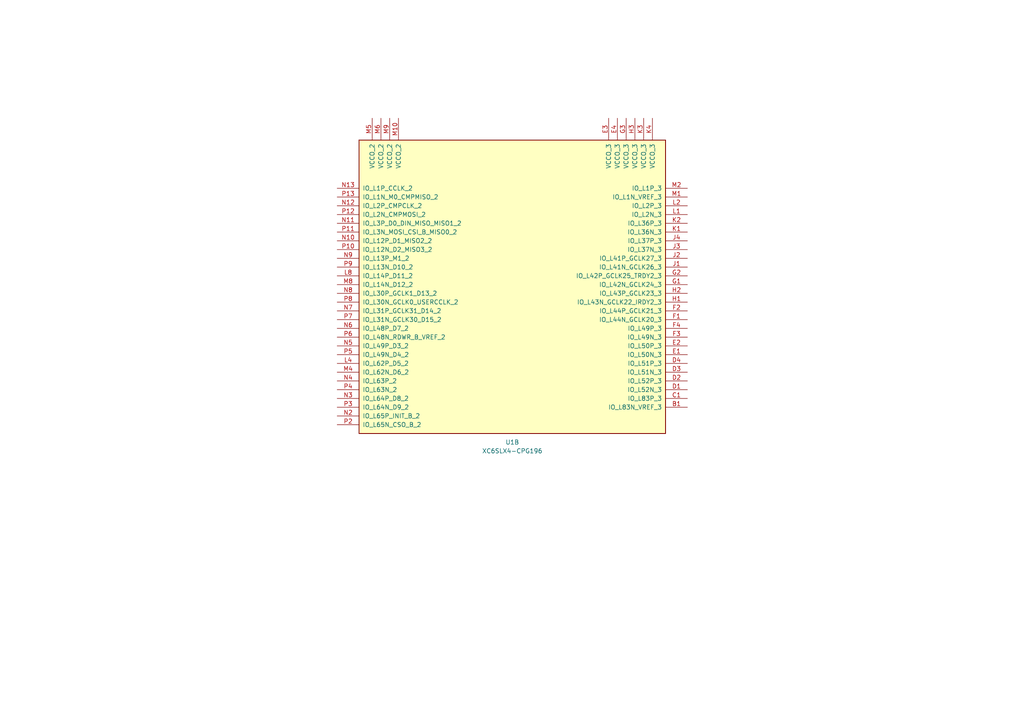
<source format=kicad_sch>
(kicad_sch (version 20230121) (generator eeschema)
  (paper "A4")
  (lib_symbols
    (symbol "FPGA_Xilinx_Spartan6:XC6SLX4-CPG196" (pin_names (offset 1.016))
      (property "Reference" "U" (at 0 1.27 0))
      (property "Value" "XC6SLX4-CPG196" (at 0 -1.27 0))
      (symbol "XC6SLX4-CPG196_1_1"
        (rectangle (start -44.45 36.83) (end 44.45 -43.18) (stroke (width 0.254)) (fill (type background)))
        (pin bidirectional line (at -50.8 -25.4 0) (length 6.35) (name "IO_L63N_SCP6_0") (number "A10"))
        (pin bidirectional line (at -50.8 -30.48 0) (length 6.35) (name "IO_L64N_SCP4_0") (number "A11"))
        (pin bidirectional line (at -50.8 -35.56 0) (length 6.35) (name "IO_L65N_SCP2_0") (number "A12"))
        (pin bidirectional line (at -50.8 20.32 0) (length 6.35) (name "IO_L1N_VREF_0") (number "A2"))
        (pin bidirectional line (at -50.8 15.24 0) (length 6.35) (name "IO_L2N_0") (number "A3"))
        (pin bidirectional line (at -50.8 10.16 0) (length 6.35) (name "IO_L3N_0") (number "A4"))
        (pin bidirectional line (at -50.8 5.08 0) (length 6.35) (name "IO_L4N_0") (number "A5"))
        (pin bidirectional line (at -50.8 0 0) (length 6.35) (name "IO_L34N_GCLK18_0") (number "A6"))
        (pin bidirectional line (at -50.8 -5.08 0) (length 6.35) (name "IO_L35N_GCLK16_0") (number "A7"))
        (pin bidirectional line (at -50.8 -15.24 0) (length 6.35) (name "IO_L37N_GCLK12_0") (number "A8"))
        (pin bidirectional line (at -50.8 -20.32 0) (length 6.35) (name "IO_L62N_VREF_0") (number "A9"))
        (pin bidirectional line (at -50.8 -22.86 0) (length 6.35) (name "IO_L63P_SCP7_0") (number "B10"))
        (pin bidirectional line (at -50.8 -27.94 0) (length 6.35) (name "IO_L64P_SCP5_0") (number "B11"))
        (pin bidirectional line (at -50.8 -33.02 0) (length 6.35) (name "IO_L65P_SCP3_0") (number "B12"))
        (pin bidirectional line (at -50.8 22.86 0) (length 6.35) (name "IO_L1P_HSWAPEN_0") (number "B2"))
        (pin bidirectional line (at -50.8 17.78 0) (length 6.35) (name "IO_L2P_0") (number "B3"))
        (pin bidirectional line (at -50.8 12.7 0) (length 6.35) (name "IO_L3P_0") (number "B4"))
        (pin bidirectional line (at -50.8 7.62 0) (length 6.35) (name "IO_L4P_0") (number "B5"))
        (pin bidirectional line (at -50.8 2.54 0) (length 6.35) (name "IO_L34P_GCLK19_0") (number "B6"))
        (pin bidirectional line (at -50.8 -2.54 0) (length 6.35) (name "IO_L35P_GCLK17_0") (number "B7"))
        (pin bidirectional line (at -50.8 -12.7 0) (length 6.35) (name "IO_L37P_GCLK13_0") (number "B8"))
        (pin bidirectional line (at -50.8 -17.78 0) (length 6.35) (name "IO_L62P_0") (number "B9"))
        (pin power_in line (at -33.02 43.18 270) (length 6.35) (name "VCCO_0") (number "C10"))
        (pin bidirectional line (at -50.8 -40.64 0) (length 6.35) (name "IO_L66N_SCP0_0") (number "C11"))
        (pin bidirectional line (at 50.8 22.86 180) (length 6.35) (name "IO_L1P_1") (number "C12"))
        (pin bidirectional line (at 50.8 20.32 180) (length 6.35) (name "IO_L1N_VREF_1") (number "C13"))
        (pin power_in line (at -40.64 43.18 270) (length 6.35) (name "VCCO_0") (number "C4"))
        (pin power_in line (at -38.1 43.18 270) (length 6.35) (name "VCCO_0") (number "C5"))
        (pin bidirectional line (at -50.8 -10.16 0) (length 6.35) (name "IO_L36N_GCLK14_0") (number "C8"))
        (pin power_in line (at -35.56 43.18 270) (length 6.35) (name "VCCO_0") (number "C9"))
        (pin bidirectional line (at -50.8 -38.1 0) (length 6.35) (name "IO_L66P_SCP1_0") (number "D11"))
        (pin power_in line (at 27.94 43.18 270) (length 6.35) (name "VCCO_1") (number "D12"))
        (pin bidirectional line (at 50.8 17.78 180) (length 6.35) (name "IO_L32P_1") (number "D13"))
        (pin bidirectional line (at 50.8 15.24 180) (length 6.35) (name "IO_L32N_1") (number "D14"))
        (pin bidirectional line (at -50.8 -7.62 0) (length 6.35) (name "IO_L36P_GCLK15_0") (number "D8"))
        (pin power_in line (at 30.48 43.18 270) (length 6.35) (name "VCCO_1") (number "E12"))
        (pin bidirectional line (at 50.8 12.7 180) (length 6.35) (name "IO_L33P_1") (number "E13"))
        (pin bidirectional line (at 50.8 10.16 180) (length 6.35) (name "IO_L33N_1") (number "E14"))
        (pin bidirectional line (at 50.8 7.62 180) (length 6.35) (name "IO_L34P_1") (number "F11"))
        (pin bidirectional line (at 50.8 5.08 180) (length 6.35) (name "IO_L34N_1") (number "F12"))
        (pin bidirectional line (at 50.8 -2.54 180) (length 6.35) (name "IO_L41P_GCLK9_IRDY1_1") (number "F13"))
        (pin bidirectional line (at 50.8 -5.08 180) (length 6.35) (name "IO_L41N_GCLK8_1") (number "F14"))
        (pin power_in line (at 33.02 43.18 270) (length 6.35) (name "VCCO_1") (number "G11"))
        (pin power_in line (at 35.56 43.18 270) (length 6.35) (name "VCCO_1") (number "G12"))
        (pin bidirectional line (at 50.8 2.54 180) (length 6.35) (name "IO_L40P_GCLK11_1") (number "G13"))
        (pin bidirectional line (at 50.8 0 180) (length 6.35) (name "IO_L40N_GCLK10_1") (number "G14"))
        (pin bidirectional line (at 50.8 -12.7 180) (length 6.35) (name "IO_L43P_GCLK5_1") (number "H11"))
        (pin bidirectional line (at 50.8 -15.24 180) (length 6.35) (name "IO_L43N_GCLK4_1") (number "H12"))
        (pin bidirectional line (at 50.8 -7.62 180) (length 6.35) (name "IO_L42P_GCLK7_1") (number "H13"))
        (pin bidirectional line (at 50.8 -10.16 180) (length 6.35) (name "IO_L42N_GCLK6_TRDY1_1") (number "H14"))
        (pin bidirectional line (at 50.8 -22.86 180) (length 6.35) (name "IO_L46P_1") (number "J11"))
        (pin bidirectional line (at 50.8 -25.4 180) (length 6.35) (name "IO_L46N_1") (number "J12"))
        (pin bidirectional line (at 50.8 -17.78 180) (length 6.35) (name "IO_L45P_1") (number "J13"))
        (pin bidirectional line (at 50.8 -20.32 180) (length 6.35) (name "IO_L45N_1") (number "J14"))
        (pin power_in line (at 38.1 43.18 270) (length 6.35) (name "VCCO_1") (number "K11"))
        (pin power_in line (at 40.64 43.18 270) (length 6.35) (name "VCCO_1") (number "K12"))
        (pin bidirectional line (at 50.8 -27.94 180) (length 6.35) (name "IO_L47P_1") (number "K13"))
        (pin bidirectional line (at 50.8 -30.48 180) (length 6.35) (name "IO_L47N_1") (number "K14"))
        (pin bidirectional line (at 50.8 -33.02 180) (length 6.35) (name "IO_L53P_1") (number "L13"))
        (pin bidirectional line (at 50.8 -35.56 180) (length 6.35) (name "IO_L53N_VREF_1") (number "L14"))
        (pin bidirectional line (at 50.8 -38.1 180) (length 6.35) (name "IO_L74P_AWAKE_1") (number "M13"))
        (pin bidirectional line (at 50.8 -40.64 180) (length 6.35) (name "IO_L74N_DOUT_BUSY_1") (number "M14"))
      )
      (symbol "XC6SLX4-CPG196_2_1"
        (rectangle (start -44.45 39.37) (end 44.45 -45.72) (stroke (width 0.254)) (fill (type background)))
        (pin bidirectional line (at 50.8 -38.1 180) (length 6.35) (name "IO_L83N_VREF_3") (number "B1"))
        (pin bidirectional line (at 50.8 -35.56 180) (length 6.35) (name "IO_L83P_3") (number "C1"))
        (pin bidirectional line (at 50.8 -33.02 180) (length 6.35) (name "IO_L52N_3") (number "D1"))
        (pin bidirectional line (at 50.8 -30.48 180) (length 6.35) (name "IO_L52P_3") (number "D2"))
        (pin bidirectional line (at 50.8 -27.94 180) (length 6.35) (name "IO_L51N_3") (number "D3"))
        (pin bidirectional line (at 50.8 -25.4 180) (length 6.35) (name "IO_L51P_3") (number "D4"))
        (pin bidirectional line (at 50.8 -22.86 180) (length 6.35) (name "IO_L50N_3") (number "E1"))
        (pin bidirectional line (at 50.8 -20.32 180) (length 6.35) (name "IO_L50P_3") (number "E2"))
        (pin power_in line (at 27.94 45.72 270) (length 6.35) (name "VCCO_3") (number "E3"))
        (pin power_in line (at 30.48 45.72 270) (length 6.35) (name "VCCO_3") (number "E4"))
        (pin bidirectional line (at 50.8 -12.7 180) (length 6.35) (name "IO_L44N_GCLK20_3") (number "F1"))
        (pin bidirectional line (at 50.8 -10.16 180) (length 6.35) (name "IO_L44P_GCLK21_3") (number "F2"))
        (pin bidirectional line (at 50.8 -17.78 180) (length 6.35) (name "IO_L49N_3") (number "F3"))
        (pin bidirectional line (at 50.8 -15.24 180) (length 6.35) (name "IO_L49P_3") (number "F4"))
        (pin bidirectional line (at 50.8 -2.54 180) (length 6.35) (name "IO_L42N_GCLK24_3") (number "G1"))
        (pin bidirectional line (at 50.8 0 180) (length 6.35) (name "IO_L42P_GCLK25_TRDY2_3") (number "G2"))
        (pin power_in line (at 33.02 45.72 270) (length 6.35) (name "VCCO_3") (number "G3"))
        (pin bidirectional line (at 50.8 -7.62 180) (length 6.35) (name "IO_L43N_GCLK22_IRDY2_3") (number "H1"))
        (pin bidirectional line (at 50.8 -5.08 180) (length 6.35) (name "IO_L43P_GCLK23_3") (number "H2"))
        (pin power_in line (at 35.56 45.72 270) (length 6.35) (name "VCCO_3") (number "H3"))
        (pin bidirectional line (at 50.8 2.54 180) (length 6.35) (name "IO_L41N_GCLK26_3") (number "J1"))
        (pin bidirectional line (at 50.8 5.08 180) (length 6.35) (name "IO_L41P_GCLK27_3") (number "J2"))
        (pin bidirectional line (at 50.8 7.62 180) (length 6.35) (name "IO_L37N_3") (number "J3"))
        (pin bidirectional line (at 50.8 10.16 180) (length 6.35) (name "IO_L37P_3") (number "J4"))
        (pin bidirectional line (at 50.8 12.7 180) (length 6.35) (name "IO_L36N_3") (number "K1"))
        (pin bidirectional line (at 50.8 15.24 180) (length 6.35) (name "IO_L36P_3") (number "K2"))
        (pin power_in line (at 38.1 45.72 270) (length 6.35) (name "VCCO_3") (number "K3"))
        (pin power_in line (at 40.64 45.72 270) (length 6.35) (name "VCCO_3") (number "K4"))
        (pin bidirectional line (at 50.8 17.78 180) (length 6.35) (name "IO_L2N_3") (number "L1"))
        (pin bidirectional line (at 50.8 20.32 180) (length 6.35) (name "IO_L2P_3") (number "L2"))
        (pin bidirectional line (at -50.8 -25.4 0) (length 6.35) (name "IO_L62P_D5_2") (number "L4"))
        (pin bidirectional line (at -50.8 0 0) (length 6.35) (name "IO_L14P_D11_2") (number "L8"))
        (pin bidirectional line (at 50.8 22.86 180) (length 6.35) (name "IO_L1N_VREF_3") (number "M1"))
        (pin power_in line (at -33.02 45.72 270) (length 6.35) (name "VCCO_2") (number "M10"))
        (pin bidirectional line (at 50.8 25.4 180) (length 6.35) (name "IO_L1P_3") (number "M2"))
        (pin bidirectional line (at -50.8 -27.94 0) (length 6.35) (name "IO_L62N_D6_2") (number "M4"))
        (pin power_in line (at -40.64 45.72 270) (length 6.35) (name "VCCO_2") (number "M5"))
        (pin power_in line (at -38.1 45.72 270) (length 6.35) (name "VCCO_2") (number "M6"))
        (pin bidirectional line (at -50.8 -2.54 0) (length 6.35) (name "IO_L14N_D12_2") (number "M8"))
        (pin power_in line (at -35.56 45.72 270) (length 6.35) (name "VCCO_2") (number "M9"))
        (pin bidirectional line (at -50.8 10.16 0) (length 6.35) (name "IO_L12P_D1_MISO2_2") (number "N10"))
        (pin bidirectional line (at -50.8 15.24 0) (length 6.35) (name "IO_L3P_D0_DIN_MISO_MISO1_2") (number "N11"))
        (pin bidirectional line (at -50.8 20.32 0) (length 6.35) (name "IO_L2P_CMPCLK_2") (number "N12"))
        (pin bidirectional line (at -50.8 25.4 0) (length 6.35) (name "IO_L1P_CCLK_2") (number "N13"))
        (pin bidirectional line (at -50.8 -40.64 0) (length 6.35) (name "IO_L65P_INIT_B_2") (number "N2"))
        (pin bidirectional line (at -50.8 -35.56 0) (length 6.35) (name "IO_L64P_D8_2") (number "N3"))
        (pin bidirectional line (at -50.8 -30.48 0) (length 6.35) (name "IO_L63P_2") (number "N4"))
        (pin bidirectional line (at -50.8 -20.32 0) (length 6.35) (name "IO_L49P_D3_2") (number "N5"))
        (pin bidirectional line (at -50.8 -15.24 0) (length 6.35) (name "IO_L48P_D7_2") (number "N6"))
        (pin bidirectional line (at -50.8 -10.16 0) (length 6.35) (name "IO_L31P_GCLK31_D14_2") (number "N7"))
        (pin bidirectional line (at -50.8 -5.08 0) (length 6.35) (name "IO_L30P_GCLK1_D13_2") (number "N8"))
        (pin bidirectional line (at -50.8 5.08 0) (length 6.35) (name "IO_L13P_M1_2") (number "N9"))
        (pin bidirectional line (at -50.8 7.62 0) (length 6.35) (name "IO_L12N_D2_MISO3_2") (number "P10"))
        (pin bidirectional line (at -50.8 12.7 0) (length 6.35) (name "IO_L3N_MOSI_CSI_B_MISO0_2") (number "P11"))
        (pin bidirectional line (at -50.8 17.78 0) (length 6.35) (name "IO_L2N_CMPMOSI_2") (number "P12"))
        (pin bidirectional line (at -50.8 22.86 0) (length 6.35) (name "IO_L1N_M0_CMPMISO_2") (number "P13"))
        (pin bidirectional line (at -50.8 -43.18 0) (length 6.35) (name "IO_L65N_CSO_B_2") (number "P2"))
        (pin bidirectional line (at -50.8 -38.1 0) (length 6.35) (name "IO_L64N_D9_2") (number "P3"))
        (pin bidirectional line (at -50.8 -33.02 0) (length 6.35) (name "IO_L63N_2") (number "P4"))
        (pin bidirectional line (at -50.8 -22.86 0) (length 6.35) (name "IO_L49N_D4_2") (number "P5"))
        (pin bidirectional line (at -50.8 -17.78 0) (length 6.35) (name "IO_L48N_RDWR_B_VREF_2") (number "P6"))
        (pin bidirectional line (at -50.8 -12.7 0) (length 6.35) (name "IO_L31N_GCLK30_D15_2") (number "P7"))
        (pin bidirectional line (at -50.8 -7.62 0) (length 6.35) (name "IO_L30N_GCLK0_USERCCLK_2") (number "P8"))
        (pin bidirectional line (at -50.8 2.54 0) (length 6.35) (name "IO_L13N_D10_2") (number "P9"))
      )
      (symbol "XC6SLX4-CPG196_3_1"
        (rectangle (start -31.75 15.24) (end 31.75 -15.24) (stroke (width 0.254)) (fill (type background)))
        (pin bidirectional line (at 38.1 12.7 180) (length 6.35) (name "TDI") (number "A13"))
        (pin bidirectional line (at 38.1 5.08 180) (length 6.35) (name "TCK") (number "B13"))
        (pin bidirectional line (at 38.1 7.62 180) (length 6.35) (name "TMS") (number "B14"))
        (pin bidirectional line (at 38.1 10.16 180) (length 6.35) (name "TDO") (number "C14"))
        (pin bidirectional line (at 38.1 -7.62 180) (length 6.35) (name "SUSPEND") (number "L12"))
        (pin bidirectional line (at 38.1 -12.7 180) (length 6.35) (name "CMPCS_B_2") (number "M12"))
        (pin bidirectional line (at 38.1 -2.54 180) (length 6.35) (name "PROGRAM_B_2") (number "N1"))
        (pin bidirectional line (at 38.1 0 180) (length 6.35) (name "DONE_2") (number "N14"))
      )
      (symbol "XC6SLX4-CPG196_4_1"
        (rectangle (start -19.05 45.72) (end 19.05 -45.72) (stroke (width 0.254)) (fill (type background)))
        (pin power_in line (at -25.4 5.08 0) (length 6.35) (name "GND") (number "A1"))
        (pin power_in line (at -25.4 2.54 0) (length 6.35) (name "GND") (number "A14"))
        (pin power_in line (at -25.4 0 0) (length 6.35) (name "GND") (number "C2"))
        (pin power_in line (at -25.4 -2.54 0) (length 6.35) (name "GND") (number "C3"))
        (pin power_in line (at -25.4 -5.08 0) (length 6.35) (name "GND") (number "C6"))
        (pin power_in line (at -25.4 -7.62 0) (length 6.35) (name "GND") (number "C7"))
        (pin power_in line (at -25.4 -17.78 0) (length 6.35) (name "GND") (number "D10"))
        (pin power_in line (at -25.4 -10.16 0) (length 6.35) (name "GND") (number "D5"))
        (pin power_in line (at -25.4 -12.7 0) (length 6.35) (name "GND") (number "D6"))
        (pin power_in line (at -25.4 43.18 0) (length 6.35) (name "VCCAUX") (number "D7"))
        (pin power_in line (at -25.4 -15.24 0) (length 6.35) (name "GND") (number "D9"))
        (pin power_in line (at 25.4 35.56 180) (length 6.35) (name "VCCINT") (number "E10"))
        (pin power_in line (at -25.4 -22.86 0) (length 6.35) (name "GND") (number "E11"))
        (pin power_in line (at 25.4 43.18 180) (length 6.35) (name "VCCINT") (number "E5"))
        (pin power_in line (at 25.4 40.64 180) (length 6.35) (name "VCCINT") (number "E6"))
        (pin power_in line (at -25.4 40.64 0) (length 6.35) (name "VCCAUX") (number "E7"))
        (pin power_in line (at -25.4 -20.32 0) (length 6.35) (name "GND") (number "E8"))
        (pin power_in line (at 25.4 38.1 180) (length 6.35) (name "VCCINT") (number "E9"))
        (pin power_in line (at 25.4 25.4 180) (length 6.35) (name "VCCINT") (number "F10"))
        (pin power_in line (at 25.4 33.02 180) (length 6.35) (name "VCCINT") (number "F5"))
        (pin power_in line (at 25.4 30.48 180) (length 6.35) (name "VCCINT") (number "F6"))
        (pin power_in line (at -25.4 -25.4 0) (length 6.35) (name "GND") (number "F7"))
        (pin power_in line (at -25.4 -27.94 0) (length 6.35) (name "GND") (number "F8"))
        (pin power_in line (at 25.4 27.94 180) (length 6.35) (name "VCCINT") (number "F9"))
        (pin power_in line (at -25.4 35.56 0) (length 6.35) (name "VCCAUX") (number "G10"))
        (pin power_in line (at -25.4 -30.48 0) (length 6.35) (name "GND") (number "G4"))
        (pin power_in line (at -25.4 -33.02 0) (length 6.35) (name "GND") (number "G5"))
        (pin power_in line (at -25.4 -35.56 0) (length 6.35) (name "GND") (number "G6"))
        (pin power_in line (at -25.4 -38.1 0) (length 6.35) (name "GND") (number "G7"))
        (pin power_in line (at -25.4 -40.64 0) (length 6.35) (name "GND") (number "G8"))
        (pin power_in line (at -25.4 38.1 0) (length 6.35) (name "VCCAUX") (number "G9"))
        (pin power_in line (at 25.4 -5.08 180) (length 6.35) (name "GND") (number "H10"))
        (pin power_in line (at -25.4 -43.18 0) (length 6.35) (name "GND") (number "H4"))
        (pin power_in line (at -25.4 33.02 0) (length 6.35) (name "VCCAUX") (number "H5"))
        (pin power_in line (at -25.4 30.48 0) (length 6.35) (name "VCCAUX") (number "H6"))
        (pin power_in line (at 25.4 2.54 180) (length 6.35) (name "GND") (number "H7"))
        (pin power_in line (at 25.4 0 180) (length 6.35) (name "GND") (number "H8"))
        (pin power_in line (at 25.4 -2.54 180) (length 6.35) (name "GND") (number "H9"))
        (pin power_in line (at 25.4 -12.7 180) (length 6.35) (name "GND") (number "J10"))
        (pin power_in line (at 25.4 22.86 180) (length 6.35) (name "VCCINT") (number "J5"))
        (pin power_in line (at 25.4 20.32 180) (length 6.35) (name "VCCINT") (number "J6"))
        (pin power_in line (at 25.4 -7.62 180) (length 6.35) (name "GND") (number "J7"))
        (pin power_in line (at 25.4 -10.16 180) (length 6.35) (name "GND") (number "J8"))
        (pin power_in line (at 25.4 17.78 180) (length 6.35) (name "VCCINT") (number "J9"))
        (pin power_in line (at 25.4 7.62 180) (length 6.35) (name "VCCINT") (number "K10"))
        (pin power_in line (at 25.4 15.24 180) (length 6.35) (name "VCCINT") (number "K5"))
        (pin power_in line (at 25.4 12.7 180) (length 6.35) (name "VCCINT") (number "K6"))
        (pin power_in line (at -25.4 27.94 0) (length 6.35) (name "VCCAUX") (number "K7"))
        (pin power_in line (at 25.4 -15.24 180) (length 6.35) (name "GND") (number "K8"))
        (pin power_in line (at 25.4 10.16 180) (length 6.35) (name "VCCINT") (number "K9"))
        (pin power_in line (at 25.4 -27.94 180) (length 6.35) (name "GND") (number "L10"))
        (pin power_in line (at 25.4 -30.48 180) (length 6.35) (name "GND") (number "L11"))
        (pin power_in line (at 25.4 -17.78 180) (length 6.35) (name "GND") (number "L3"))
        (pin power_in line (at 25.4 -20.32 180) (length 6.35) (name "GND") (number "L5"))
        (pin power_in line (at 25.4 -22.86 180) (length 6.35) (name "GND") (number "L6"))
        (pin power_in line (at -25.4 25.4 0) (length 6.35) (name "VCCAUX") (number "L7"))
        (pin power_in line (at 25.4 -25.4 180) (length 6.35) (name "GND") (number "L9"))
        (pin power_in line (at 25.4 -38.1 180) (length 6.35) (name "GND") (number "M11"))
        (pin power_in line (at 25.4 -33.02 180) (length 6.35) (name "GND") (number "M3"))
        (pin power_in line (at 25.4 -35.56 180) (length 6.35) (name "GND") (number "M7"))
        (pin power_in line (at 25.4 -40.64 180) (length 6.35) (name "GND") (number "P1"))
        (pin power_in line (at 25.4 -43.18 180) (length 6.35) (name "GND") (number "P14"))
      )
    )
  )
  (symbol (lib_id "FPGA_Xilinx_Spartan6:XC6SLX4-CPG196") (at 148.59 80.01 0) (unit 2)
    (property "Reference" "U1" (at 148.59 128.27 0))
    (property "Value" "XC6SLX4-CPG196" (at 148.59 130.81 0))
    (property "Footprint" "Package_BGA:Xilinx_CPGA196" (effects hide))
  )
)
</source>
